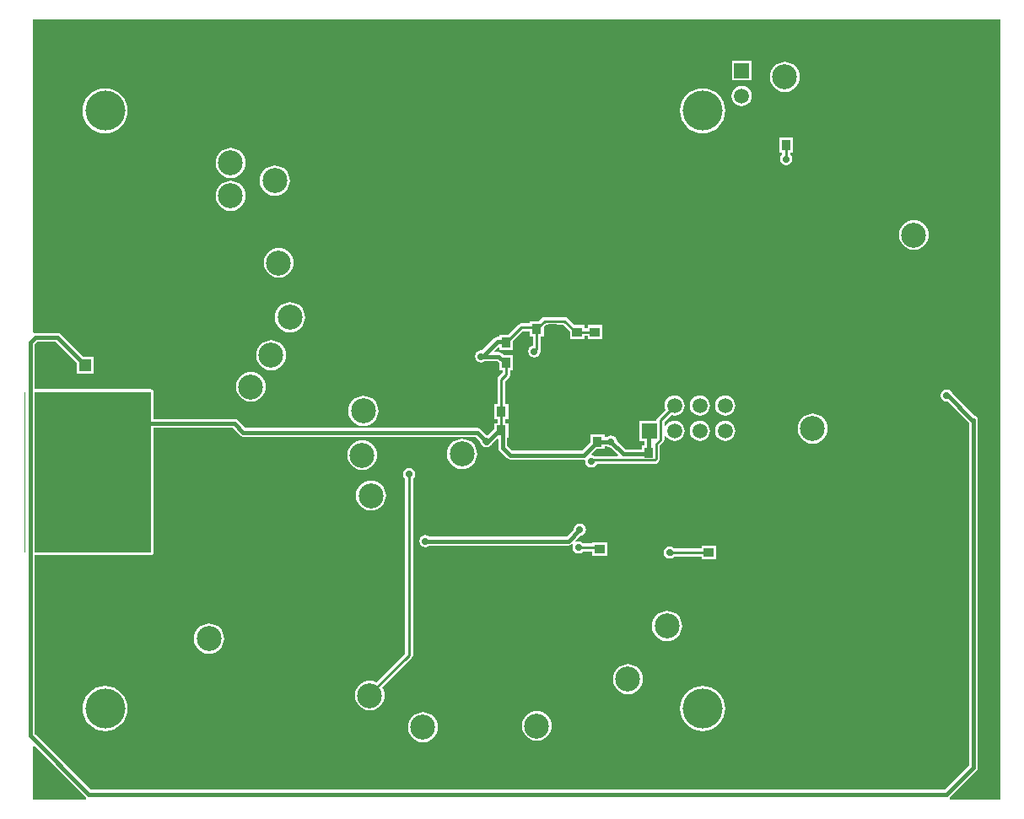
<source format=gbl>
G04*
G04 #@! TF.GenerationSoftware,Altium Limited,Altium Designer,18.1.7 (191)*
G04*
G04 Layer_Physical_Order=2*
G04 Layer_Color=16711680*
%FSLAX25Y25*%
%MOIN*%
G70*
G01*
G75*
%ADD12C,0.01000*%
%ADD17R,0.03543X0.03937*%
%ADD23R,0.03937X0.03543*%
%ADD64C,0.01500*%
%ADD65C,0.09843*%
%ADD66R,0.04574X0.04574*%
%ADD67C,0.04724*%
%ADD68R,0.05906X0.05906*%
%ADD69C,0.05906*%
%ADD70C,0.15748*%
%ADD71R,0.05906X0.05906*%
%ADD72C,0.02800*%
%ADD73C,0.05000*%
G36*
X393109Y3391D02*
X373124D01*
X373042Y3490D01*
X373141Y4158D01*
X373262Y4238D01*
X383762Y14738D01*
X383762Y14738D01*
X384149Y15317D01*
X384284Y16000D01*
X384284Y16000D01*
X384284Y153500D01*
X384149Y154183D01*
X383762Y154762D01*
X383183Y155148D01*
X382798Y155225D01*
X374304Y163719D01*
X374261Y163936D01*
X373730Y164730D01*
X372936Y165261D01*
X372000Y165447D01*
X371064Y165261D01*
X370270Y164730D01*
X369739Y163936D01*
X369553Y163000D01*
X369739Y162064D01*
X370270Y161270D01*
X371064Y160739D01*
X372000Y160553D01*
X372353Y160623D01*
X380716Y152261D01*
X380716Y16739D01*
X371261Y7284D01*
X33739D01*
X11581Y29442D01*
Y99980D01*
X57500D01*
X57890Y100058D01*
X58221Y100279D01*
X58442Y100610D01*
X58520Y101000D01*
Y150216D01*
X89761D01*
X92738Y147238D01*
X92738Y147238D01*
X93317Y146852D01*
X94000Y146716D01*
X94000Y146716D01*
X185761D01*
X187572Y144905D01*
X187739Y144064D01*
X188270Y143270D01*
X189064Y142739D01*
X190000Y142553D01*
X190936Y142739D01*
X191730Y143270D01*
X192029Y143716D01*
X194216Y145903D01*
X194716Y145696D01*
Y142500D01*
X194852Y141817D01*
X195238Y141238D01*
X198238Y138238D01*
X198817Y137852D01*
X199500Y137716D01*
X228659D01*
X228776Y137739D01*
X229130Y137385D01*
X229053Y137000D01*
X229239Y136064D01*
X229770Y135270D01*
X230564Y134739D01*
X231500Y134553D01*
X232436Y134739D01*
X233230Y135270D01*
X233720Y136002D01*
X256536D01*
X257121Y136118D01*
X257618Y136450D01*
X258204Y137036D01*
X258535Y137532D01*
X258651Y138117D01*
Y143187D01*
X259928Y144463D01*
X260260Y144959D01*
X260376Y145545D01*
Y147183D01*
X260876Y147283D01*
X260941Y147125D01*
X261575Y146300D01*
X262401Y145666D01*
X263362Y145268D01*
X264394Y145132D01*
X265426Y145268D01*
X266387Y145666D01*
X267213Y146300D01*
X267847Y147125D01*
X268245Y148087D01*
X268381Y149119D01*
X268245Y150151D01*
X267847Y151112D01*
X267213Y151938D01*
X266387Y152572D01*
X265426Y152970D01*
X264394Y153106D01*
X263362Y152970D01*
X262401Y152572D01*
X261575Y151938D01*
X260941Y151112D01*
X260876Y150955D01*
X260376Y151055D01*
Y152713D01*
X263057Y155394D01*
X263362Y155268D01*
X264394Y155132D01*
X265426Y155268D01*
X266387Y155666D01*
X267213Y156300D01*
X267847Y157125D01*
X268245Y158087D01*
X268381Y159119D01*
X268245Y160151D01*
X267847Y161112D01*
X267213Y161938D01*
X266387Y162572D01*
X265426Y162970D01*
X264394Y163106D01*
X263362Y162970D01*
X262401Y162572D01*
X261575Y161938D01*
X260941Y161112D01*
X260543Y160151D01*
X260407Y159119D01*
X260543Y158087D01*
X260801Y157464D01*
X257765Y154428D01*
X257434Y153932D01*
X257317Y153347D01*
Y153072D01*
X250441D01*
Y145166D01*
X252566D01*
Y143468D01*
X251579D01*
Y141784D01*
X244895D01*
X241743Y144936D01*
X241576Y145777D01*
X241045Y146571D01*
X240252Y147102D01*
X239315Y147288D01*
X238379Y147102D01*
X237666Y146625D01*
X236772D01*
Y147809D01*
X231228D01*
Y144593D01*
X227920Y141284D01*
X200239D01*
X198284Y143239D01*
Y146223D01*
X198752D01*
Y152160D01*
X197510D01*
Y153723D01*
X198752D01*
Y159660D01*
X197510D01*
Y168847D01*
X199081Y170419D01*
X199413Y170915D01*
X199529Y171500D01*
Y173046D01*
X200622D01*
Y178983D01*
X197040D01*
X196262Y179762D01*
X195683Y180148D01*
X195000Y180284D01*
X193416D01*
X193224Y180746D01*
X194617Y182139D01*
X195079Y181947D01*
Y181046D01*
X200622D01*
Y184623D01*
X204469Y188471D01*
X207210D01*
Y186463D01*
X208453D01*
Y182838D01*
X208064Y182761D01*
X207270Y182230D01*
X206739Y181436D01*
X206553Y180500D01*
X206739Y179564D01*
X207270Y178770D01*
X208064Y178239D01*
X209000Y178053D01*
X209936Y178239D01*
X210730Y178770D01*
X211261Y179564D01*
X211447Y180500D01*
X211374Y180866D01*
X211395Y180897D01*
X211511Y181482D01*
Y186463D01*
X212754D01*
Y190040D01*
X213684Y190971D01*
X220367D01*
X223031Y188306D01*
Y185378D01*
X228969D01*
Y186620D01*
X230031D01*
Y185378D01*
X235968D01*
Y190921D01*
X230031D01*
Y189679D01*
X228969D01*
Y190921D01*
X224742D01*
X222081Y193581D01*
X221585Y193913D01*
X221000Y194029D01*
X213050D01*
X212465Y193913D01*
X211969Y193581D01*
X210788Y192400D01*
X207210D01*
Y191529D01*
X203836D01*
X203251Y191413D01*
X202755Y191081D01*
X198656Y186983D01*
X195079D01*
Y186284D01*
X194455D01*
X193772Y186149D01*
X193193Y185762D01*
X188316Y180884D01*
X188000Y180947D01*
X187064Y180761D01*
X186270Y180230D01*
X185739Y179436D01*
X185553Y178500D01*
X185739Y177564D01*
X186270Y176770D01*
X187064Y176239D01*
X188000Y176053D01*
X188936Y176239D01*
X189649Y176716D01*
X194261D01*
X195079Y175898D01*
Y173046D01*
X196471D01*
Y172134D01*
X194899Y170562D01*
X194567Y170066D01*
X194451Y169480D01*
Y159660D01*
X193209D01*
Y153723D01*
X194451D01*
Y152160D01*
X193209D01*
Y149943D01*
X190594Y147329D01*
X190095Y147428D01*
X187762Y149762D01*
X187183Y150148D01*
X186500Y150284D01*
X94739D01*
X91762Y153262D01*
X91183Y153648D01*
X90500Y153784D01*
X58520D01*
Y164500D01*
X58442Y164890D01*
X58221Y165221D01*
X57890Y165442D01*
X57500Y165520D01*
X11581D01*
Y183261D01*
X12536Y184216D01*
X19761D01*
X28213Y175764D01*
Y171713D01*
X34787D01*
Y178287D01*
X30736D01*
X21762Y187262D01*
X21183Y187648D01*
X20500Y187784D01*
X11797D01*
X11797Y187784D01*
X11500Y187725D01*
X11000Y188128D01*
X11000Y311569D01*
X393109Y311569D01*
X393109Y3391D01*
D02*
G37*
G36*
X238379Y142580D02*
X239220Y142413D01*
X242110Y139523D01*
X241919Y139061D01*
X232736D01*
X232436Y139261D01*
X231781Y139391D01*
X231616Y139934D01*
X233555Y141872D01*
X236772D01*
Y143057D01*
X237666D01*
X238379Y142580D01*
D02*
G37*
G36*
X57500Y101000D02*
X11581D01*
Y164500D01*
X57500D01*
Y101000D01*
D02*
G37*
G36*
X8012D02*
X7500D01*
Y164500D01*
X8012D01*
Y101000D01*
D02*
G37*
G36*
X31738Y4238D02*
X31859Y4158D01*
X31958Y3490D01*
X31876Y3391D01*
X11000D01*
X11000Y24323D01*
X11462Y24515D01*
X31738Y4238D01*
D02*
G37*
%LPC*%
G36*
X294953Y295453D02*
X287047D01*
Y287547D01*
X294953D01*
Y295453D01*
D02*
G37*
G36*
X308000Y294950D02*
X306839Y294836D01*
X305723Y294497D01*
X304694Y293947D01*
X303793Y293207D01*
X303053Y292306D01*
X302503Y291277D01*
X302164Y290161D01*
X302050Y289000D01*
X302164Y287839D01*
X302503Y286723D01*
X303053Y285694D01*
X303793Y284793D01*
X304694Y284053D01*
X305723Y283503D01*
X306839Y283164D01*
X308000Y283050D01*
X309161Y283164D01*
X310277Y283503D01*
X311306Y284053D01*
X312207Y284793D01*
X312947Y285694D01*
X313497Y286723D01*
X313836Y287839D01*
X313950Y289000D01*
X313836Y290161D01*
X313497Y291277D01*
X312947Y292306D01*
X312207Y293207D01*
X311306Y293947D01*
X310277Y294497D01*
X309161Y294836D01*
X308000Y294950D01*
D02*
G37*
G36*
X291000Y285487D02*
X289968Y285351D01*
X289007Y284953D01*
X288181Y284319D01*
X287547Y283493D01*
X287149Y282532D01*
X287013Y281500D01*
X287149Y280468D01*
X287547Y279507D01*
X288181Y278681D01*
X289007Y278047D01*
X289968Y277649D01*
X291000Y277513D01*
X292032Y277649D01*
X292993Y278047D01*
X293819Y278681D01*
X294453Y279507D01*
X294851Y280468D01*
X294987Y281500D01*
X294851Y282532D01*
X294453Y283493D01*
X293819Y284319D01*
X292993Y284953D01*
X292032Y285351D01*
X291000Y285487D01*
D02*
G37*
G36*
X275590Y284507D02*
X273851Y284336D01*
X272178Y283829D01*
X270637Y283005D01*
X269285Y281896D01*
X268176Y280544D01*
X267352Y279003D01*
X266845Y277330D01*
X266674Y275590D01*
X266845Y273851D01*
X267352Y272178D01*
X268176Y270637D01*
X269285Y269285D01*
X270637Y268176D01*
X272178Y267352D01*
X273851Y266845D01*
X275590Y266674D01*
X277330Y266845D01*
X279003Y267352D01*
X280544Y268176D01*
X281896Y269285D01*
X283005Y270637D01*
X283829Y272178D01*
X284336Y273851D01*
X284507Y275590D01*
X284336Y277330D01*
X283829Y279003D01*
X283005Y280544D01*
X281896Y281896D01*
X280544Y283005D01*
X279003Y283829D01*
X277330Y284336D01*
X275590Y284507D01*
D02*
G37*
G36*
X39370D02*
X37631Y284336D01*
X35958Y283829D01*
X34416Y283005D01*
X33065Y281896D01*
X31956Y280544D01*
X31132Y279003D01*
X30624Y277330D01*
X30453Y275590D01*
X30624Y273851D01*
X31132Y272178D01*
X31956Y270637D01*
X33065Y269285D01*
X34416Y268176D01*
X35958Y267352D01*
X37631Y266845D01*
X39370Y266674D01*
X41110Y266845D01*
X42783Y267352D01*
X44324Y268176D01*
X45675Y269285D01*
X46784Y270637D01*
X47608Y272178D01*
X48116Y273851D01*
X48287Y275590D01*
X48116Y277330D01*
X47608Y279003D01*
X46784Y280544D01*
X45675Y281896D01*
X44324Y283005D01*
X42783Y283829D01*
X41110Y284336D01*
X39370Y284507D01*
D02*
G37*
G36*
X311272Y264968D02*
X305728D01*
Y259032D01*
X306971D01*
Y258365D01*
X306770Y258230D01*
X306239Y257436D01*
X306053Y256500D01*
X306239Y255564D01*
X306770Y254770D01*
X307564Y254239D01*
X308500Y254053D01*
X309436Y254239D01*
X310230Y254770D01*
X310761Y255564D01*
X310947Y256500D01*
X310761Y257436D01*
X310230Y258230D01*
X310029Y258365D01*
Y259032D01*
X311272D01*
Y264968D01*
D02*
G37*
G36*
X89000Y260950D02*
X87839Y260836D01*
X86723Y260497D01*
X85694Y259947D01*
X84793Y259207D01*
X84053Y258306D01*
X83503Y257277D01*
X83164Y256161D01*
X83050Y255000D01*
X83164Y253839D01*
X83503Y252723D01*
X84053Y251694D01*
X84793Y250793D01*
X85694Y250053D01*
X86723Y249503D01*
X87839Y249164D01*
X89000Y249050D01*
X90161Y249164D01*
X91277Y249503D01*
X92306Y250053D01*
X93207Y250793D01*
X93947Y251694D01*
X94497Y252723D01*
X94836Y253839D01*
X94950Y255000D01*
X94836Y256161D01*
X94497Y257277D01*
X93947Y258306D01*
X93207Y259207D01*
X92306Y259947D01*
X91277Y260497D01*
X90161Y260836D01*
X89000Y260950D01*
D02*
G37*
G36*
X106500Y253950D02*
X105339Y253836D01*
X104223Y253497D01*
X103194Y252947D01*
X102293Y252207D01*
X101553Y251306D01*
X101003Y250277D01*
X100664Y249161D01*
X100550Y248000D01*
X100664Y246839D01*
X101003Y245723D01*
X101553Y244694D01*
X102293Y243793D01*
X103194Y243053D01*
X104223Y242503D01*
X105339Y242164D01*
X106500Y242050D01*
X107661Y242164D01*
X108777Y242503D01*
X109806Y243053D01*
X110707Y243793D01*
X111447Y244694D01*
X111997Y245723D01*
X112336Y246839D01*
X112450Y248000D01*
X112336Y249161D01*
X111997Y250277D01*
X111447Y251306D01*
X110707Y252207D01*
X109806Y252947D01*
X108777Y253497D01*
X107661Y253836D01*
X106500Y253950D01*
D02*
G37*
G36*
X89000Y247950D02*
X87839Y247836D01*
X86723Y247497D01*
X85694Y246947D01*
X84793Y246207D01*
X84053Y245306D01*
X83503Y244277D01*
X83164Y243161D01*
X83050Y242000D01*
X83164Y240839D01*
X83503Y239723D01*
X84053Y238694D01*
X84793Y237793D01*
X85694Y237053D01*
X86723Y236503D01*
X87839Y236164D01*
X89000Y236050D01*
X90161Y236164D01*
X91277Y236503D01*
X92306Y237053D01*
X93207Y237793D01*
X93947Y238694D01*
X94497Y239723D01*
X94836Y240839D01*
X94950Y242000D01*
X94836Y243161D01*
X94497Y244277D01*
X93947Y245306D01*
X93207Y246207D01*
X92306Y246947D01*
X91277Y247497D01*
X90161Y247836D01*
X89000Y247950D01*
D02*
G37*
G36*
X359000Y232450D02*
X357839Y232336D01*
X356723Y231997D01*
X355694Y231447D01*
X354793Y230707D01*
X354053Y229806D01*
X353503Y228777D01*
X353164Y227661D01*
X353050Y226500D01*
X353164Y225339D01*
X353503Y224223D01*
X354053Y223194D01*
X354793Y222293D01*
X355694Y221553D01*
X356723Y221003D01*
X357839Y220664D01*
X359000Y220550D01*
X360161Y220664D01*
X361277Y221003D01*
X362306Y221553D01*
X363207Y222293D01*
X363947Y223194D01*
X364497Y224223D01*
X364836Y225339D01*
X364950Y226500D01*
X364836Y227661D01*
X364497Y228777D01*
X363947Y229806D01*
X363207Y230707D01*
X362306Y231447D01*
X361277Y231997D01*
X360161Y232336D01*
X359000Y232450D01*
D02*
G37*
G36*
X108000Y221450D02*
X106839Y221336D01*
X105723Y220997D01*
X104694Y220447D01*
X103793Y219707D01*
X103053Y218806D01*
X102503Y217777D01*
X102164Y216661D01*
X102050Y215500D01*
X102164Y214339D01*
X102503Y213223D01*
X103053Y212194D01*
X103793Y211293D01*
X104694Y210553D01*
X105723Y210003D01*
X106839Y209664D01*
X108000Y209550D01*
X109161Y209664D01*
X110277Y210003D01*
X111306Y210553D01*
X112207Y211293D01*
X112947Y212194D01*
X113497Y213223D01*
X113836Y214339D01*
X113950Y215500D01*
X113836Y216661D01*
X113497Y217777D01*
X112947Y218806D01*
X112207Y219707D01*
X111306Y220447D01*
X110277Y220997D01*
X109161Y221336D01*
X108000Y221450D01*
D02*
G37*
G36*
X112500Y199950D02*
X111339Y199836D01*
X110223Y199497D01*
X109194Y198947D01*
X108293Y198207D01*
X107553Y197306D01*
X107003Y196277D01*
X106664Y195161D01*
X106550Y194000D01*
X106664Y192839D01*
X107003Y191723D01*
X107553Y190694D01*
X108293Y189793D01*
X109194Y189053D01*
X110223Y188503D01*
X111339Y188164D01*
X112500Y188050D01*
X113661Y188164D01*
X114777Y188503D01*
X115806Y189053D01*
X116707Y189793D01*
X117447Y190694D01*
X117997Y191723D01*
X118336Y192839D01*
X118450Y194000D01*
X118336Y195161D01*
X117997Y196277D01*
X117447Y197306D01*
X116707Y198207D01*
X115806Y198947D01*
X114777Y199497D01*
X113661Y199836D01*
X112500Y199950D01*
D02*
G37*
G36*
X105000Y184950D02*
X103839Y184836D01*
X102723Y184497D01*
X101694Y183947D01*
X100793Y183207D01*
X100053Y182306D01*
X99503Y181277D01*
X99164Y180161D01*
X99050Y179000D01*
X99164Y177839D01*
X99503Y176723D01*
X100053Y175694D01*
X100793Y174793D01*
X101694Y174053D01*
X102723Y173503D01*
X103839Y173164D01*
X105000Y173050D01*
X106161Y173164D01*
X107277Y173503D01*
X108306Y174053D01*
X109207Y174793D01*
X109947Y175694D01*
X110497Y176723D01*
X110836Y177839D01*
X110950Y179000D01*
X110836Y180161D01*
X110497Y181277D01*
X109947Y182306D01*
X109207Y183207D01*
X108306Y183947D01*
X107277Y184497D01*
X106161Y184836D01*
X105000Y184950D01*
D02*
G37*
G36*
X97000Y172450D02*
X95839Y172336D01*
X94723Y171997D01*
X93694Y171447D01*
X92793Y170707D01*
X92053Y169806D01*
X91503Y168777D01*
X91164Y167661D01*
X91050Y166500D01*
X91164Y165339D01*
X91503Y164223D01*
X92053Y163194D01*
X92793Y162293D01*
X93694Y161553D01*
X94723Y161003D01*
X95839Y160664D01*
X97000Y160550D01*
X98161Y160664D01*
X99277Y161003D01*
X100306Y161553D01*
X101207Y162293D01*
X101947Y163194D01*
X102497Y164223D01*
X102836Y165339D01*
X102950Y166500D01*
X102836Y167661D01*
X102497Y168777D01*
X101947Y169806D01*
X101207Y170707D01*
X100306Y171447D01*
X99277Y171997D01*
X98161Y172336D01*
X97000Y172450D01*
D02*
G37*
G36*
X284394Y163106D02*
X283362Y162970D01*
X282401Y162572D01*
X281575Y161938D01*
X280941Y161112D01*
X280543Y160151D01*
X280407Y159119D01*
X280543Y158087D01*
X280941Y157125D01*
X281575Y156300D01*
X282401Y155666D01*
X283362Y155268D01*
X284394Y155132D01*
X285426Y155268D01*
X286387Y155666D01*
X287213Y156300D01*
X287847Y157125D01*
X288245Y158087D01*
X288381Y159119D01*
X288245Y160151D01*
X287847Y161112D01*
X287213Y161938D01*
X286387Y162572D01*
X285426Y162970D01*
X284394Y163106D01*
D02*
G37*
G36*
X274394D02*
X273362Y162970D01*
X272401Y162572D01*
X271575Y161938D01*
X270941Y161112D01*
X270543Y160151D01*
X270407Y159119D01*
X270543Y158087D01*
X270941Y157125D01*
X271575Y156300D01*
X272401Y155666D01*
X273362Y155268D01*
X274394Y155132D01*
X275426Y155268D01*
X276387Y155666D01*
X277213Y156300D01*
X277847Y157125D01*
X278245Y158087D01*
X278381Y159119D01*
X278245Y160151D01*
X277847Y161112D01*
X277213Y161938D01*
X276387Y162572D01*
X275426Y162970D01*
X274394Y163106D01*
D02*
G37*
G36*
X141500Y162950D02*
X140339Y162836D01*
X139223Y162497D01*
X138194Y161947D01*
X137293Y161207D01*
X136553Y160306D01*
X136003Y159277D01*
X135664Y158161D01*
X135550Y157000D01*
X135664Y155839D01*
X136003Y154723D01*
X136553Y153694D01*
X137293Y152793D01*
X138194Y152053D01*
X139223Y151503D01*
X140339Y151164D01*
X141500Y151050D01*
X142661Y151164D01*
X143777Y151503D01*
X144806Y152053D01*
X145707Y152793D01*
X146447Y153694D01*
X146997Y154723D01*
X147336Y155839D01*
X147450Y157000D01*
X147336Y158161D01*
X146997Y159277D01*
X146447Y160306D01*
X145707Y161207D01*
X144806Y161947D01*
X143777Y162497D01*
X142661Y162836D01*
X141500Y162950D01*
D02*
G37*
G36*
X284394Y153106D02*
X283362Y152970D01*
X282401Y152572D01*
X281575Y151938D01*
X280941Y151112D01*
X280543Y150151D01*
X280407Y149119D01*
X280543Y148087D01*
X280941Y147125D01*
X281575Y146300D01*
X282401Y145666D01*
X283362Y145268D01*
X284394Y145132D01*
X285426Y145268D01*
X286387Y145666D01*
X287213Y146300D01*
X287847Y147125D01*
X288245Y148087D01*
X288381Y149119D01*
X288245Y150151D01*
X287847Y151112D01*
X287213Y151938D01*
X286387Y152572D01*
X285426Y152970D01*
X284394Y153106D01*
D02*
G37*
G36*
X274394D02*
X273362Y152970D01*
X272401Y152572D01*
X271575Y151938D01*
X270941Y151112D01*
X270543Y150151D01*
X270407Y149119D01*
X270543Y148087D01*
X270941Y147125D01*
X271575Y146300D01*
X272401Y145666D01*
X273362Y145268D01*
X274394Y145132D01*
X275426Y145268D01*
X276387Y145666D01*
X277213Y146300D01*
X277847Y147125D01*
X278245Y148087D01*
X278381Y149119D01*
X278245Y150151D01*
X277847Y151112D01*
X277213Y151938D01*
X276387Y152572D01*
X275426Y152970D01*
X274394Y153106D01*
D02*
G37*
G36*
X319000Y155950D02*
X317839Y155836D01*
X316723Y155497D01*
X315694Y154947D01*
X314793Y154207D01*
X314053Y153306D01*
X313503Y152277D01*
X313164Y151161D01*
X313050Y150000D01*
X313164Y148839D01*
X313503Y147723D01*
X314053Y146694D01*
X314793Y145793D01*
X315694Y145053D01*
X316723Y144503D01*
X317839Y144164D01*
X319000Y144050D01*
X320161Y144164D01*
X321277Y144503D01*
X322306Y145053D01*
X323207Y145793D01*
X323947Y146694D01*
X324497Y147723D01*
X324836Y148839D01*
X324950Y150000D01*
X324836Y151161D01*
X324497Y152277D01*
X323947Y153306D01*
X323207Y154207D01*
X322306Y154947D01*
X321277Y155497D01*
X320161Y155836D01*
X319000Y155950D01*
D02*
G37*
G36*
X180500Y145950D02*
X179339Y145836D01*
X178223Y145497D01*
X177194Y144947D01*
X176293Y144207D01*
X175553Y143306D01*
X175003Y142277D01*
X174664Y141161D01*
X174550Y140000D01*
X174664Y138839D01*
X175003Y137723D01*
X175553Y136694D01*
X176293Y135793D01*
X177194Y135053D01*
X178223Y134503D01*
X179339Y134164D01*
X180500Y134050D01*
X181661Y134164D01*
X182777Y134503D01*
X183806Y135053D01*
X184707Y135793D01*
X185447Y136694D01*
X185997Y137723D01*
X186336Y138839D01*
X186450Y140000D01*
X186336Y141161D01*
X185997Y142277D01*
X185447Y143306D01*
X184707Y144207D01*
X183806Y144947D01*
X182777Y145497D01*
X181661Y145836D01*
X180500Y145950D01*
D02*
G37*
G36*
X141000Y145450D02*
X139839Y145336D01*
X138723Y144997D01*
X137694Y144447D01*
X136793Y143707D01*
X136053Y142806D01*
X135503Y141777D01*
X135164Y140661D01*
X135050Y139500D01*
X135164Y138339D01*
X135503Y137223D01*
X136053Y136194D01*
X136793Y135293D01*
X137694Y134553D01*
X138723Y134003D01*
X139839Y133664D01*
X141000Y133550D01*
X142161Y133664D01*
X143277Y134003D01*
X144306Y134553D01*
X145207Y135293D01*
X145947Y136194D01*
X146497Y137223D01*
X146836Y138339D01*
X146950Y139500D01*
X146836Y140661D01*
X146497Y141777D01*
X145947Y142806D01*
X145207Y143707D01*
X144306Y144447D01*
X143277Y144997D01*
X142161Y145336D01*
X141000Y145450D01*
D02*
G37*
G36*
X144500Y129450D02*
X143339Y129336D01*
X142223Y128997D01*
X141194Y128447D01*
X140293Y127707D01*
X139553Y126806D01*
X139003Y125777D01*
X138664Y124661D01*
X138550Y123500D01*
X138664Y122339D01*
X139003Y121223D01*
X139553Y120194D01*
X140293Y119293D01*
X141194Y118553D01*
X142223Y118003D01*
X143339Y117664D01*
X144500Y117550D01*
X145661Y117664D01*
X146777Y118003D01*
X147806Y118553D01*
X148707Y119293D01*
X149447Y120194D01*
X149997Y121223D01*
X150336Y122339D01*
X150450Y123500D01*
X150336Y124661D01*
X149997Y125777D01*
X149447Y126806D01*
X148707Y127707D01*
X147806Y128447D01*
X146777Y128997D01*
X145661Y129336D01*
X144500Y129450D01*
D02*
G37*
G36*
X227000Y112447D02*
X226064Y112261D01*
X225270Y111730D01*
X224739Y110936D01*
X224572Y110095D01*
X221761Y107284D01*
X167649D01*
X166936Y107761D01*
X166000Y107947D01*
X165064Y107761D01*
X164270Y107230D01*
X163739Y106436D01*
X163553Y105500D01*
X163739Y104564D01*
X164270Y103770D01*
X165064Y103239D01*
X166000Y103053D01*
X166936Y103239D01*
X167649Y103716D01*
X222500D01*
X223183Y103851D01*
X223762Y104238D01*
X223997Y104473D01*
X224385Y104155D01*
X224239Y103936D01*
X224053Y103000D01*
X224239Y102064D01*
X224770Y101270D01*
X225564Y100739D01*
X226500Y100553D01*
X227436Y100739D01*
X228230Y101270D01*
X228364Y101471D01*
X231953D01*
Y99579D01*
X237890D01*
Y105122D01*
X231953D01*
Y104529D01*
X228364D01*
X228230Y104730D01*
X227436Y105261D01*
X226500Y105447D01*
X225564Y105261D01*
X225345Y105115D01*
X225027Y105503D01*
X227095Y107572D01*
X227936Y107739D01*
X228730Y108270D01*
X229261Y109064D01*
X229447Y110000D01*
X229261Y110936D01*
X228730Y111730D01*
X227936Y112261D01*
X227000Y112447D01*
D02*
G37*
G36*
X280968Y103772D02*
X275031D01*
Y102529D01*
X264365D01*
X264230Y102730D01*
X263436Y103261D01*
X262500Y103447D01*
X261564Y103261D01*
X260770Y102730D01*
X260239Y101936D01*
X260053Y101000D01*
X260239Y100064D01*
X260770Y99270D01*
X261564Y98739D01*
X262500Y98553D01*
X263436Y98739D01*
X264230Y99270D01*
X264365Y99471D01*
X275031D01*
Y98228D01*
X280968D01*
Y103772D01*
D02*
G37*
G36*
X261500Y77950D02*
X260339Y77836D01*
X259223Y77497D01*
X258194Y76947D01*
X257293Y76207D01*
X256553Y75306D01*
X256003Y74277D01*
X255664Y73161D01*
X255550Y72000D01*
X255664Y70839D01*
X256003Y69723D01*
X256553Y68694D01*
X257293Y67793D01*
X258194Y67053D01*
X259223Y66503D01*
X260339Y66164D01*
X261500Y66050D01*
X262661Y66164D01*
X263777Y66503D01*
X264806Y67053D01*
X265707Y67793D01*
X266447Y68694D01*
X266997Y69723D01*
X267336Y70839D01*
X267450Y72000D01*
X267336Y73161D01*
X266997Y74277D01*
X266447Y75306D01*
X265707Y76207D01*
X264806Y76947D01*
X263777Y77497D01*
X262661Y77836D01*
X261500Y77950D01*
D02*
G37*
G36*
X80500Y72950D02*
X79339Y72836D01*
X78223Y72497D01*
X77194Y71947D01*
X76293Y71207D01*
X75553Y70306D01*
X75003Y69277D01*
X74664Y68161D01*
X74550Y67000D01*
X74664Y65839D01*
X75003Y64723D01*
X75553Y63694D01*
X76293Y62793D01*
X77194Y62053D01*
X78223Y61503D01*
X79339Y61164D01*
X80500Y61050D01*
X81661Y61164D01*
X82777Y61503D01*
X83806Y62053D01*
X84707Y62793D01*
X85447Y63694D01*
X85997Y64723D01*
X86336Y65839D01*
X86450Y67000D01*
X86336Y68161D01*
X85997Y69277D01*
X85447Y70306D01*
X84707Y71207D01*
X83806Y71947D01*
X82777Y72497D01*
X81661Y72836D01*
X80500Y72950D01*
D02*
G37*
G36*
X159500Y134447D02*
X158564Y134261D01*
X157770Y133730D01*
X157239Y132936D01*
X157053Y132000D01*
X157239Y131064D01*
X157770Y130270D01*
X157971Y130136D01*
Y61133D01*
X146640Y49803D01*
X146277Y49997D01*
X145161Y50336D01*
X144000Y50450D01*
X142839Y50336D01*
X141723Y49997D01*
X140694Y49447D01*
X139793Y48707D01*
X139053Y47806D01*
X138503Y46777D01*
X138164Y45661D01*
X138050Y44500D01*
X138164Y43339D01*
X138503Y42223D01*
X139053Y41194D01*
X139793Y40293D01*
X140694Y39553D01*
X141723Y39003D01*
X142839Y38664D01*
X144000Y38550D01*
X145161Y38664D01*
X146277Y39003D01*
X147306Y39553D01*
X148207Y40293D01*
X148947Y41194D01*
X149497Y42223D01*
X149836Y43339D01*
X149950Y44500D01*
X149836Y45661D01*
X149497Y46777D01*
X148955Y47792D01*
X160581Y59419D01*
X160913Y59915D01*
X161029Y60500D01*
Y130136D01*
X161230Y130270D01*
X161761Y131064D01*
X161947Y132000D01*
X161761Y132936D01*
X161230Y133730D01*
X160436Y134261D01*
X159500Y134447D01*
D02*
G37*
G36*
X246000Y56950D02*
X244839Y56836D01*
X243723Y56497D01*
X242694Y55947D01*
X241793Y55207D01*
X241053Y54306D01*
X240503Y53277D01*
X240164Y52161D01*
X240050Y51000D01*
X240164Y49839D01*
X240503Y48723D01*
X241053Y47694D01*
X241793Y46793D01*
X242694Y46053D01*
X243723Y45503D01*
X244839Y45164D01*
X246000Y45050D01*
X247161Y45164D01*
X248277Y45503D01*
X249306Y46053D01*
X250207Y46793D01*
X250947Y47694D01*
X251497Y48723D01*
X251836Y49839D01*
X251950Y51000D01*
X251836Y52161D01*
X251497Y53277D01*
X250947Y54306D01*
X250207Y55207D01*
X249306Y55947D01*
X248277Y56497D01*
X247161Y56836D01*
X246000Y56950D01*
D02*
G37*
G36*
X275590Y48287D02*
X273851Y48116D01*
X272178Y47608D01*
X270637Y46784D01*
X269285Y45675D01*
X268176Y44324D01*
X267352Y42783D01*
X266845Y41110D01*
X266674Y39370D01*
X266845Y37631D01*
X267352Y35958D01*
X268176Y34416D01*
X269285Y33065D01*
X270637Y31956D01*
X272178Y31132D01*
X273851Y30624D01*
X275590Y30453D01*
X277330Y30624D01*
X279003Y31132D01*
X280544Y31956D01*
X281896Y33065D01*
X283005Y34416D01*
X283829Y35958D01*
X284336Y37631D01*
X284507Y39370D01*
X284336Y41110D01*
X283829Y42783D01*
X283005Y44324D01*
X281896Y45675D01*
X280544Y46784D01*
X279003Y47608D01*
X277330Y48116D01*
X275590Y48287D01*
D02*
G37*
G36*
X39370D02*
X37631Y48116D01*
X35958Y47608D01*
X34416Y46784D01*
X33065Y45675D01*
X31956Y44324D01*
X31132Y42783D01*
X30624Y41110D01*
X30453Y39370D01*
X30624Y37631D01*
X31132Y35958D01*
X31956Y34416D01*
X33065Y33065D01*
X34416Y31956D01*
X35958Y31132D01*
X37631Y30624D01*
X39370Y30453D01*
X41110Y30624D01*
X42783Y31132D01*
X44324Y31956D01*
X45675Y33065D01*
X46784Y34416D01*
X47608Y35958D01*
X48116Y37631D01*
X48287Y39370D01*
X48116Y41110D01*
X47608Y42783D01*
X46784Y44324D01*
X45675Y45675D01*
X44324Y46784D01*
X42783Y47608D01*
X41110Y48116D01*
X39370Y48287D01*
D02*
G37*
G36*
X210000Y38450D02*
X208839Y38336D01*
X207723Y37997D01*
X206694Y37447D01*
X205793Y36707D01*
X205053Y35806D01*
X204503Y34777D01*
X204164Y33661D01*
X204050Y32500D01*
X204164Y31339D01*
X204503Y30223D01*
X205053Y29194D01*
X205793Y28293D01*
X206694Y27553D01*
X207723Y27003D01*
X208839Y26664D01*
X210000Y26550D01*
X211161Y26664D01*
X212277Y27003D01*
X213306Y27553D01*
X214207Y28293D01*
X214947Y29194D01*
X215497Y30223D01*
X215836Y31339D01*
X215950Y32500D01*
X215836Y33661D01*
X215497Y34777D01*
X214947Y35806D01*
X214207Y36707D01*
X213306Y37447D01*
X212277Y37997D01*
X211161Y38336D01*
X210000Y38450D01*
D02*
G37*
G36*
X165000Y37950D02*
X163839Y37836D01*
X162723Y37497D01*
X161694Y36947D01*
X160793Y36207D01*
X160053Y35306D01*
X159503Y34277D01*
X159164Y33161D01*
X159050Y32000D01*
X159164Y30839D01*
X159503Y29723D01*
X160053Y28694D01*
X160793Y27793D01*
X161694Y27053D01*
X162723Y26503D01*
X163839Y26164D01*
X165000Y26050D01*
X166161Y26164D01*
X167277Y26503D01*
X168306Y27053D01*
X169207Y27793D01*
X169947Y28694D01*
X170497Y29723D01*
X170836Y30839D01*
X170950Y32000D01*
X170836Y33161D01*
X170497Y34277D01*
X169947Y35306D01*
X169207Y36207D01*
X168306Y36947D01*
X167277Y37497D01*
X166161Y37836D01*
X165000Y37950D01*
D02*
G37*
%LPD*%
D12*
X225500Y188000D02*
X226000D01*
X198000Y171500D02*
Y177000D01*
X308500Y256500D02*
Y261500D01*
X307500Y262500D02*
X308500Y261500D01*
X144000Y45000D02*
X159500Y60500D01*
Y132000D01*
X254350Y149075D02*
X254394Y149119D01*
X264394Y147606D02*
Y149119D01*
X231500Y137000D02*
X232031Y137531D01*
X256536D01*
X257122Y138117D01*
Y143820D01*
X258847Y145545D01*
Y153347D01*
X264000Y158500D01*
X284119Y159119D02*
X284394D01*
X263000Y100500D02*
X263500Y101000D01*
X234081Y102553D02*
X234921Y103394D01*
X263500Y101000D02*
X278000D01*
X197918Y184082D02*
X203836Y190000D01*
X221000Y192500D02*
X225500Y188000D01*
X213050Y192500D02*
X221000D01*
X209982Y189432D02*
X213050Y192500D01*
X209000Y180500D02*
X209982Y181482D01*
Y189432D01*
X226000Y188150D02*
X233000D01*
X203836Y190000D02*
X209500D01*
X195980Y169480D02*
X198000Y171500D01*
X195980Y156691D02*
Y169480D01*
X233000Y188150D02*
X233150D01*
X233500Y188500D01*
X195980Y149191D02*
Y156480D01*
X226500Y103000D02*
X233635D01*
X234081Y102553D01*
D17*
X204150Y176014D02*
D03*
X197850D02*
D03*
X302201Y262000D02*
D03*
X308500D02*
D03*
X216281Y189432D02*
D03*
X209982D02*
D03*
X197850Y184014D02*
D03*
X204150D02*
D03*
X195980Y156691D02*
D03*
X202280D02*
D03*
X254350Y140500D02*
D03*
X260650D02*
D03*
X227701Y144841D02*
D03*
X234000D02*
D03*
X202280Y149191D02*
D03*
X195980D02*
D03*
D23*
X234922Y108650D02*
D03*
Y102350D02*
D03*
X278000Y107299D02*
D03*
Y101000D02*
D03*
X226000Y188150D02*
D03*
Y181850D02*
D03*
X233000D02*
D03*
Y188150D02*
D03*
D64*
X372000Y163000D02*
X372500D01*
X382000Y153500D01*
X382500D01*
X382500Y16000D01*
X372000Y5500D02*
X382500Y16000D01*
X194480Y148691D02*
X194980Y148191D01*
X190289Y144500D02*
X194480Y148691D01*
X190000Y144500D02*
X190289D01*
X33000Y5500D02*
X372000D01*
X9797Y28703D02*
X33000Y5500D01*
X9797Y28703D02*
Y184000D01*
X11797Y186000D01*
X20500D01*
X31500Y175000D01*
X222500Y105500D02*
X227000Y110000D01*
X166000Y105500D02*
X222500D01*
X186500Y148500D02*
X190000Y145000D01*
X94000Y148500D02*
X186500D01*
X90500Y152000D02*
X94000Y148500D01*
X48000Y152000D02*
X90500D01*
X254350Y140500D02*
Y149075D01*
X188000Y178500D02*
X188455D01*
X196500Y142500D02*
X199500Y139500D01*
X196500Y142500D02*
Y148000D01*
X199500Y139500D02*
X228659D01*
X195000Y178500D02*
X196500Y177000D01*
X188455Y178500D02*
X195000D01*
X244156Y140000D02*
X254000D01*
X239315Y144841D02*
X244156Y140000D01*
X188455Y178500D02*
X194455Y184500D01*
X197500D01*
X194980Y148191D02*
X195980Y149191D01*
X228659Y139500D02*
X234000Y144841D01*
X239315D01*
D65*
X144000Y44500D02*
D03*
X80500Y67000D02*
D03*
X165000Y32000D02*
D03*
X106500Y248000D02*
D03*
X89000Y255000D02*
D03*
X141000Y139500D02*
D03*
X180500Y140000D02*
D03*
X144500Y123500D02*
D03*
X112500Y194000D02*
D03*
X97000Y166500D02*
D03*
X89000Y242000D02*
D03*
X246000Y51000D02*
D03*
X261500Y72000D02*
D03*
X210000Y32500D02*
D03*
X359000Y226500D02*
D03*
X308000Y289000D02*
D03*
X319000Y150000D02*
D03*
X141500Y157000D02*
D03*
X105000Y179000D02*
D03*
X108000Y215500D02*
D03*
D66*
X31500Y175000D02*
D03*
D67*
X23626D02*
D03*
D68*
X254394Y149119D02*
D03*
D69*
X264394D02*
D03*
X274394D02*
D03*
X284394D02*
D03*
X254394Y159119D02*
D03*
X264394D02*
D03*
X274394D02*
D03*
X284394D02*
D03*
X291000Y281500D02*
D03*
D70*
X39370Y39370D02*
D03*
Y275590D02*
D03*
X275590D02*
D03*
Y39370D02*
D03*
D71*
X291000Y291500D02*
D03*
D72*
X350500Y206500D02*
D03*
X314500Y206000D02*
D03*
X372000Y163000D02*
D03*
X308500Y256500D02*
D03*
X73500Y103000D02*
D03*
Y112500D02*
D03*
Y107750D02*
D03*
X272000Y71000D02*
D03*
X189000Y153000D02*
D03*
X159500Y132000D02*
D03*
X227000Y110000D02*
D03*
X166000Y105500D02*
D03*
X108500Y101000D02*
D03*
X95000Y65000D02*
D03*
X135000Y57500D02*
D03*
X224500Y59000D02*
D03*
X220500Y49500D02*
D03*
X189500Y134500D02*
D03*
X180000Y60500D02*
D03*
X176500Y50500D02*
D03*
X231500Y137000D02*
D03*
X188000Y178500D02*
D03*
X196000Y241000D02*
D03*
Y212000D02*
D03*
X134500Y221500D02*
D03*
X147500Y204000D02*
D03*
X58000Y190000D02*
D03*
X190000Y145000D02*
D03*
X225000Y201000D02*
D03*
X354500Y300500D02*
D03*
X353500Y266500D02*
D03*
X350000Y231500D02*
D03*
X262000Y116500D02*
D03*
X230500Y173500D02*
D03*
X262500Y101000D02*
D03*
X347500Y70500D02*
D03*
X239000Y277500D02*
D03*
X223500Y278000D02*
D03*
X231000Y277500D02*
D03*
X215500Y278000D02*
D03*
X190500Y185000D02*
D03*
X214500Y180500D02*
D03*
X209000D02*
D03*
X226500Y118000D02*
D03*
Y103000D02*
D03*
X227500Y151500D02*
D03*
X239315Y144841D02*
D03*
X52057Y85385D02*
D03*
X81000Y124991D02*
D03*
X256236Y242191D02*
D03*
X243470Y213542D02*
D03*
D73*
X52000Y160000D02*
D03*
X48000Y152000D02*
D03*
X44000Y160000D02*
D03*
X40000Y152000D02*
D03*
X44000Y112000D02*
D03*
X40000Y104000D02*
D03*
X36000Y160000D02*
D03*
X32000Y152000D02*
D03*
X36000Y112000D02*
D03*
X32000Y104000D02*
D03*
X28000Y160000D02*
D03*
X24000Y152000D02*
D03*
Y136000D02*
D03*
Y120000D02*
D03*
X28000Y112000D02*
D03*
X24000Y104000D02*
D03*
X20000Y160000D02*
D03*
X16000Y152000D02*
D03*
X20000Y144000D02*
D03*
X16000Y136000D02*
D03*
X20000Y128000D02*
D03*
X16000Y120000D02*
D03*
X20000Y112000D02*
D03*
X16000Y104000D02*
D03*
M02*

</source>
